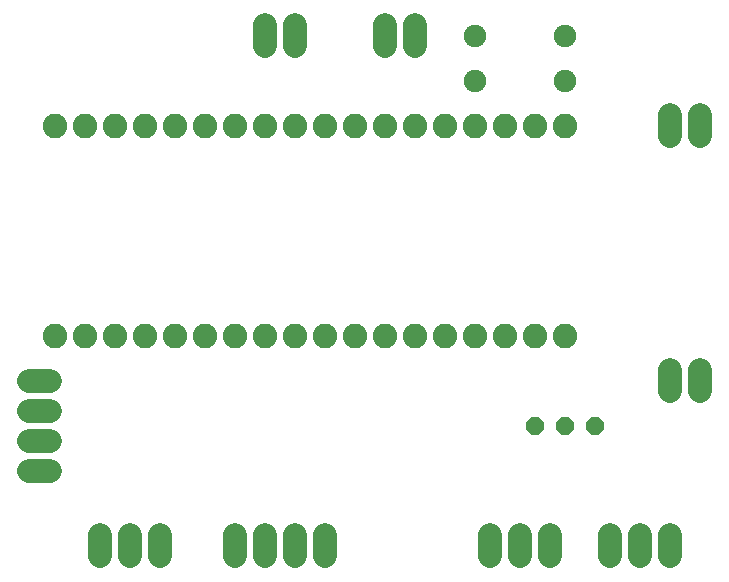
<source format=gbr>
G04 EAGLE Gerber RS-274X export*
G75*
%MOMM*%
%FSLAX34Y34*%
%LPD*%
%INSoldermask Bottom*%
%IPPOS*%
%AMOC8*
5,1,8,0,0,1.08239X$1,22.5*%
G01*
%ADD10C,2.003200*%
%ADD11C,1.903200*%
%ADD12P,1.649562X8X22.500000*%
%ADD13C,2.082800*%


D10*
X292100Y478900D02*
X292100Y460900D01*
X266700Y460900D02*
X266700Y478900D01*
X393700Y478900D02*
X393700Y460900D01*
X368300Y460900D02*
X368300Y478900D01*
X85200Y101600D02*
X67200Y101600D01*
X67200Y127000D02*
X85200Y127000D01*
X85200Y152400D02*
X67200Y152400D01*
X67200Y177800D02*
X85200Y177800D01*
D11*
X520700Y431800D03*
X444500Y431800D03*
X520700Y469900D03*
X444500Y469900D03*
D10*
X317500Y47100D02*
X317500Y29100D01*
X292100Y29100D02*
X292100Y47100D01*
X266700Y47100D02*
X266700Y29100D01*
X241300Y29100D02*
X241300Y47100D01*
D12*
X546100Y139700D03*
X495300Y139700D03*
X520700Y139700D03*
D10*
X609600Y168800D02*
X609600Y186800D01*
X635000Y186800D02*
X635000Y168800D01*
X127000Y47100D02*
X127000Y29100D01*
X152400Y29100D02*
X152400Y47100D01*
X177800Y47100D02*
X177800Y29100D01*
X457200Y29100D02*
X457200Y47100D01*
X482600Y47100D02*
X482600Y29100D01*
X508000Y29100D02*
X508000Y47100D01*
X558800Y47100D02*
X558800Y29100D01*
X584200Y29100D02*
X584200Y47100D01*
X609600Y47100D02*
X609600Y29100D01*
D13*
X520700Y393700D03*
X495300Y393700D03*
X469900Y393700D03*
X444500Y393700D03*
X419100Y393700D03*
X393700Y393700D03*
X368300Y393700D03*
X342900Y393700D03*
X317500Y393700D03*
X292100Y393700D03*
X266700Y393700D03*
X241300Y393700D03*
X241300Y215900D03*
X266700Y215900D03*
X292100Y215900D03*
X317500Y215900D03*
X342900Y215900D03*
X368300Y215900D03*
X393700Y215900D03*
X419100Y215900D03*
X444500Y215900D03*
X469900Y215900D03*
X495300Y215900D03*
X520700Y215900D03*
X215900Y393700D03*
X190500Y393700D03*
X165100Y393700D03*
X139700Y393700D03*
X114300Y393700D03*
X88900Y393700D03*
X88900Y215900D03*
X114300Y215900D03*
X139700Y215900D03*
X165100Y215900D03*
X190500Y215900D03*
X215900Y215900D03*
D10*
X609600Y384700D02*
X609600Y402700D01*
X635000Y402700D02*
X635000Y384700D01*
M02*

</source>
